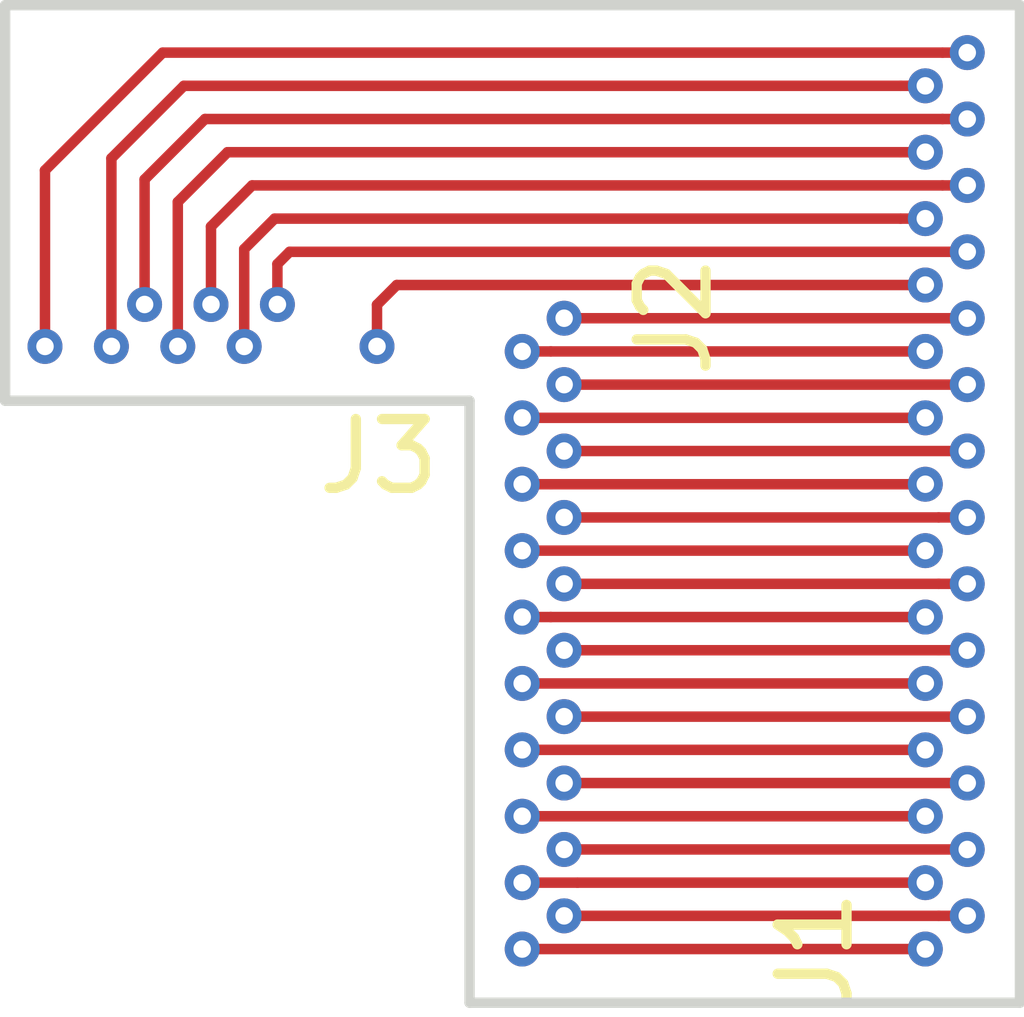
<source format=kicad_pcb>
(kicad_pcb (version 20171130) (host pcbnew "(5.1.0)-1")

  (general
    (thickness 1.6)
    (drawings 6)
    (tracks 58)
    (zones 0)
    (modules 3)
    (nets 29)
  )

  (page A4)
  (layers
    (0 F.Cu signal)
    (31 B.Cu signal)
    (32 B.Adhes user)
    (33 F.Adhes user)
    (34 B.Paste user)
    (35 F.Paste user)
    (36 B.SilkS user)
    (37 F.SilkS user)
    (38 B.Mask user)
    (39 F.Mask user)
    (40 Dwgs.User user)
    (41 Cmts.User user)
    (42 Eco1.User user)
    (43 Eco2.User user)
    (44 Edge.Cuts user)
    (45 Margin user)
    (46 B.CrtYd user)
    (47 F.CrtYd user)
    (48 B.Fab user)
    (49 F.Fab user hide)
  )

  (setup
    (last_trace_width 0.1524)
    (user_trace_width 0.1524)
    (user_trace_width 0.2032)
    (user_trace_width 0.254)
    (user_trace_width 0.3048)
    (user_trace_width 0.381)
    (trace_clearance 0.127)
    (zone_clearance 0.508)
    (zone_45_only no)
    (trace_min 0.1524)
    (via_size 0.508)
    (via_drill 0.254)
    (via_min_size 0.508)
    (via_min_drill 0.254)
    (uvia_size 0.3)
    (uvia_drill 0.1)
    (uvias_allowed no)
    (uvia_min_size 0.2)
    (uvia_min_drill 0.1)
    (edge_width 0.05)
    (segment_width 0.2)
    (pcb_text_width 0.3)
    (pcb_text_size 1.5 1.5)
    (mod_edge_width 0.12)
    (mod_text_size 1 1)
    (mod_text_width 0.15)
    (pad_size 0.508 0.508)
    (pad_drill 0.254)
    (pad_to_mask_clearance 0.051)
    (solder_mask_min_width 0.25)
    (aux_axis_origin 0 0)
    (visible_elements 7FFFFFFF)
    (pcbplotparams
      (layerselection 0x010fc_ffffffff)
      (usegerberextensions false)
      (usegerberattributes false)
      (usegerberadvancedattributes false)
      (creategerberjobfile false)
      (excludeedgelayer true)
      (linewidth 0.100000)
      (plotframeref false)
      (viasonmask false)
      (mode 1)
      (useauxorigin false)
      (hpglpennumber 1)
      (hpglpenspeed 20)
      (hpglpendiameter 15.000000)
      (psnegative false)
      (psa4output false)
      (plotreference true)
      (plotvalue true)
      (plotinvisibletext false)
      (padsonsilk false)
      (subtractmaskfromsilk false)
      (outputformat 1)
      (mirror false)
      (drillshape 1)
      (scaleselection 1)
      (outputdirectory ""))
  )

  (net 0 "")
  (net 1 /MOSI)
  (net 2 /MISO)
  (net 3 /Status_LED)
  (net 4 /SCK)
  (net 5 /RESET_N)
  (net 6 /TRIGGER0)
  (net 7 /MONITOR0)
  (net 8 /SS_N)
  (net 9 "Net-(J1-Pad1)")
  (net 10 "Net-(J1-Pad2)")
  (net 11 /img_d0)
  (net 12 /img_d2)
  (net 13 /img_d1)
  (net 14 /img_d3)
  (net 15 /CLK_OUT)
  (net 16 /img_d4)
  (net 17 /img_d5)
  (net 18 /img_d7)
  (net 19 /img_d6)
  (net 20 "Net-(J1-Pad12)")
  (net 21 "Net-(J1-Pad13)")
  (net 22 /FRAME_VALID)
  (net 23 /LINE_VALID)
  (net 24 "Net-(J1-Pad16)")
  (net 25 "Net-(J1-Pad17)")
  (net 26 "Net-(J1-Pad18)")
  (net 27 "Net-(J1-Pad19)")
  (net 28 "Net-(J1-Pad20)")

  (net_class Default "This is the default net class."
    (clearance 0.127)
    (trace_width 0.1524)
    (via_dia 0.508)
    (via_drill 0.254)
    (uvia_dia 0.3)
    (uvia_drill 0.1)
    (add_net /CLK_OUT)
    (add_net /FRAME_VALID)
    (add_net /LINE_VALID)
    (add_net /MISO)
    (add_net /MONITOR0)
    (add_net /MOSI)
    (add_net /RESET_N)
    (add_net /SCK)
    (add_net /SS_N)
    (add_net /Status_LED)
    (add_net /TRIGGER0)
    (add_net /img_d0)
    (add_net /img_d1)
    (add_net /img_d2)
    (add_net /img_d3)
    (add_net /img_d4)
    (add_net /img_d5)
    (add_net /img_d6)
    (add_net /img_d7)
    (add_net "Net-(J1-Pad1)")
    (add_net "Net-(J1-Pad12)")
    (add_net "Net-(J1-Pad13)")
    (add_net "Net-(J1-Pad16)")
    (add_net "Net-(J1-Pad17)")
    (add_net "Net-(J1-Pad18)")
    (add_net "Net-(J1-Pad19)")
    (add_net "Net-(J1-Pad2)")
    (add_net "Net-(J1-Pad20)")
  )

  (module .Connector:B2B_Flex_08_Dual_Row_38milx24mil_Hole_10milx20mil (layer F.Cu) (tedit 5D437A9A) (tstamp 5D43DE61)
    (at 158.655 89.21061 180)
    (path /5D49AF58)
    (fp_text reference J3 (at -0.0254 -1.6002 180) (layer F.SilkS)
      (effects (font (size 1 1) (thickness 0.15)))
    )
    (fp_text value Conn_01x08 (at 0.3556 3.048 180) (layer F.Fab)
      (effects (font (size 1 1) (thickness 0.15)))
    )
    (pad 8 thru_hole circle (at 4.825995 0 180) (size 0.508 0.508) (drill 0.254) (layers *.Cu *.Mask)
      (net 3 /Status_LED) (zone_connect 0))
    (pad 7 thru_hole circle (at 3.860796 0 180) (size 0.508 0.508) (drill 0.254) (layers *.Cu *.Mask)
      (net 1 /MOSI) (zone_connect 0))
    (pad 6 thru_hole circle (at 3.378196 0.6096 180) (size 0.508 0.508) (drill 0.254) (layers *.Cu *.Mask)
      (net 2 /MISO) (zone_connect 0))
    (pad 5 thru_hole circle (at 2.895597 0 180) (size 0.508 0.508) (drill 0.254) (layers *.Cu *.Mask)
      (net 7 /MONITOR0) (zone_connect 0))
    (pad 4 thru_hole circle (at 2.412997 0.6096 180) (size 0.508 0.508) (drill 0.254) (layers *.Cu *.Mask)
      (net 6 /TRIGGER0) (zone_connect 0))
    (pad 3 thru_hole circle (at 1.930398 0 180) (size 0.508 0.508) (drill 0.254) (layers *.Cu *.Mask)
      (net 5 /RESET_N) (zone_connect 0))
    (pad 2 thru_hole circle (at 1.447798 0.6096 180) (size 0.508 0.508) (drill 0.254) (layers *.Cu *.Mask)
      (net 4 /SCK) (zone_connect 0))
    (pad 1 thru_hole circle (at 0 0 180) (size 0.508 0.508) (drill 0.254) (layers *.Cu *.Mask)
      (net 8 /SS_N) (zone_connect 0))
  )

  (module .Connector:B2B_Flex_28_Dual_Row_38milx24mil_Hole_10milx20mil (layer F.Cu) (tedit 5D420FCB) (tstamp 5D43CF17)
    (at 166.625 97.97 90)
    (path /5D436B96)
    (fp_text reference J1 (at -0.0254 -1.6002 90) (layer F.SilkS)
      (effects (font (size 1 1) (thickness 0.15)))
    )
    (fp_text value Conn_01x28 (at 0.3556 3.048 90) (layer F.Fab)
      (effects (font (size 1 1) (thickness 0.15)))
    )
    (pad 22 thru_hole circle (at 10.134593 0.6096 90) (size 0.508 0.508) (drill 0.254) (layers *.Cu *.Mask)
      (net 4 /SCK) (zone_connect 0))
    (pad 23 thru_hole circle (at 10.617193 0 90) (size 0.508 0.508) (drill 0.254) (layers *.Cu *.Mask)
      (net 5 /RESET_N) (zone_connect 0))
    (pad 21 thru_hole circle (at 9.651994 0 90) (size 0.508 0.508) (drill 0.254) (layers *.Cu *.Mask)
      (net 8 /SS_N) (zone_connect 0))
    (pad 27 thru_hole circle (at 12.547591 0 90) (size 0.508 0.508) (drill 0.254) (layers *.Cu *.Mask)
      (net 1 /MOSI) (zone_connect 0))
    (pad 26 thru_hole circle (at 12.064991 0.6096 90) (size 0.508 0.508) (drill 0.254) (layers *.Cu *.Mask)
      (net 2 /MISO) (zone_connect 0))
    (pad 25 thru_hole circle (at 11.582392 0 90) (size 0.508 0.508) (drill 0.254) (layers *.Cu *.Mask)
      (net 7 /MONITOR0) (zone_connect 0))
    (pad 24 thru_hole circle (at 11.099792 0.6096 90) (size 0.508 0.508) (drill 0.254) (layers *.Cu *.Mask)
      (net 6 /TRIGGER0) (zone_connect 0))
    (pad 28 thru_hole circle (at 13.03019 0.6096 90) (size 0.508 0.508) (drill 0.254) (layers *.Cu *.Mask)
      (net 3 /Status_LED) (zone_connect 0))
    (pad 1 thru_hole circle (at 0 0 90) (size 0.508 0.508) (drill 0.254) (layers *.Cu *.Mask)
      (net 9 "Net-(J1-Pad1)") (zone_connect 0))
    (pad 2 thru_hole circle (at 0.482599 0.6096 90) (size 0.508 0.508) (drill 0.254) (layers *.Cu *.Mask)
      (net 10 "Net-(J1-Pad2)") (zone_connect 0))
    (pad 3 thru_hole circle (at 0.965199 0 90) (size 0.508 0.508) (drill 0.254) (layers *.Cu *.Mask)
      (net 11 /img_d0) (zone_connect 0))
    (pad 4 thru_hole circle (at 1.447798 0.6096 90) (size 0.508 0.508) (drill 0.254) (layers *.Cu *.Mask)
      (net 12 /img_d2) (zone_connect 0))
    (pad 5 thru_hole circle (at 1.930398 0 90) (size 0.508 0.508) (drill 0.254) (layers *.Cu *.Mask)
      (net 13 /img_d1) (zone_connect 0))
    (pad 6 thru_hole circle (at 2.412997 0.6096 90) (size 0.508 0.508) (drill 0.254) (layers *.Cu *.Mask)
      (net 14 /img_d3) (zone_connect 0))
    (pad 7 thru_hole circle (at 2.895597 0 90) (size 0.508 0.508) (drill 0.254) (layers *.Cu *.Mask)
      (net 15 /CLK_OUT) (zone_connect 0))
    (pad 8 thru_hole circle (at 3.378196 0.6096 90) (size 0.508 0.508) (drill 0.254) (layers *.Cu *.Mask)
      (net 16 /img_d4) (zone_connect 0))
    (pad 9 thru_hole circle (at 3.860796 0 90) (size 0.508 0.508) (drill 0.254) (layers *.Cu *.Mask)
      (net 17 /img_d5) (zone_connect 0))
    (pad 10 thru_hole circle (at 4.343395 0.6096 90) (size 0.508 0.508) (drill 0.254) (layers *.Cu *.Mask)
      (net 18 /img_d7) (zone_connect 0))
    (pad 11 thru_hole circle (at 4.825995 0 90) (size 0.508 0.508) (drill 0.254) (layers *.Cu *.Mask)
      (net 19 /img_d6) (zone_connect 0))
    (pad 12 thru_hole circle (at 5.308594 0.6096 90) (size 0.508 0.508) (drill 0.254) (layers *.Cu *.Mask)
      (net 20 "Net-(J1-Pad12)") (zone_connect 0))
    (pad 13 thru_hole circle (at 5.791194 0 90) (size 0.508 0.508) (drill 0.254) (layers *.Cu *.Mask)
      (net 21 "Net-(J1-Pad13)") (zone_connect 0))
    (pad 14 thru_hole circle (at 6.273793 0.6096 90) (size 0.508 0.508) (drill 0.254) (layers *.Cu *.Mask)
      (net 22 /FRAME_VALID) (zone_connect 0))
    (pad 15 thru_hole circle (at 6.756393 0 90) (size 0.508 0.508) (drill 0.254) (layers *.Cu *.Mask)
      (net 23 /LINE_VALID) (zone_connect 0))
    (pad 16 thru_hole circle (at 7.238992 0.6096 90) (size 0.508 0.508) (drill 0.254) (layers *.Cu *.Mask)
      (net 24 "Net-(J1-Pad16)") (zone_connect 0))
    (pad 17 thru_hole circle (at 7.721592 0 90) (size 0.508 0.508) (drill 0.254) (layers *.Cu *.Mask)
      (net 25 "Net-(J1-Pad17)") (zone_connect 0))
    (pad 18 thru_hole circle (at 8.204191 0.6096 90) (size 0.508 0.508) (drill 0.254) (layers *.Cu *.Mask)
      (net 26 "Net-(J1-Pad18)") (zone_connect 0))
    (pad 19 thru_hole circle (at 8.686791 0 90) (size 0.508 0.508) (drill 0.254) (layers *.Cu *.Mask)
      (net 27 "Net-(J1-Pad19)") (zone_connect 0))
    (pad 20 thru_hole circle (at 9.16939 0.6096 90) (size 0.508 0.508) (drill 0.254) (layers *.Cu *.Mask)
      (net 28 "Net-(J1-Pad20)") (zone_connect 0))
  )

  (module .Connector:B2B_Flex_20_Dual_Row_38milx24mil_Hole_10milx20mil (layer F.Cu) (tedit 5D420EBC) (tstamp 5D43BC80)
    (at 161.375 88.80061 270)
    (path /5D43C2DA)
    (fp_text reference J2 (at -0.0254 -1.6002 270) (layer F.SilkS)
      (effects (font (size 1 1) (thickness 0.15)))
    )
    (fp_text value Conn_01x20 (at 0.3556 3.048 270) (layer F.Fab)
      (effects (font (size 1 1) (thickness 0.15)))
    )
    (pad 20 thru_hole circle (at 9.16939 0.6096 270) (size 0.508 0.508) (drill 0.254) (layers *.Cu *.Mask)
      (net 9 "Net-(J1-Pad1)") (zone_connect 0))
    (pad 19 thru_hole circle (at 8.686791 0 270) (size 0.508 0.508) (drill 0.254) (layers *.Cu *.Mask)
      (net 10 "Net-(J1-Pad2)") (zone_connect 0))
    (pad 18 thru_hole circle (at 8.204191 0.6096 270) (size 0.508 0.508) (drill 0.254) (layers *.Cu *.Mask)
      (net 11 /img_d0) (zone_connect 0))
    (pad 17 thru_hole circle (at 7.721592 0 270) (size 0.508 0.508) (drill 0.254) (layers *.Cu *.Mask)
      (net 12 /img_d2) (zone_connect 0))
    (pad 16 thru_hole circle (at 7.238992 0.6096 270) (size 0.508 0.508) (drill 0.254) (layers *.Cu *.Mask)
      (net 13 /img_d1) (zone_connect 0))
    (pad 15 thru_hole circle (at 6.756393 0 270) (size 0.508 0.508) (drill 0.254) (layers *.Cu *.Mask)
      (net 14 /img_d3) (zone_connect 0))
    (pad 14 thru_hole circle (at 6.273793 0.6096 270) (size 0.508 0.508) (drill 0.254) (layers *.Cu *.Mask)
      (net 15 /CLK_OUT) (zone_connect 0))
    (pad 13 thru_hole circle (at 5.791194 0 270) (size 0.508 0.508) (drill 0.254) (layers *.Cu *.Mask)
      (net 16 /img_d4) (zone_connect 0))
    (pad 12 thru_hole circle (at 5.308594 0.6096 270) (size 0.508 0.508) (drill 0.254) (layers *.Cu *.Mask)
      (net 17 /img_d5) (zone_connect 0))
    (pad 11 thru_hole circle (at 4.825995 0 270) (size 0.508 0.508) (drill 0.254) (layers *.Cu *.Mask)
      (net 18 /img_d7) (zone_connect 0))
    (pad 10 thru_hole circle (at 4.343395 0.6096 270) (size 0.508 0.508) (drill 0.254) (layers *.Cu *.Mask)
      (net 19 /img_d6) (zone_connect 0))
    (pad 9 thru_hole circle (at 3.860796 0 270) (size 0.508 0.508) (drill 0.254) (layers *.Cu *.Mask)
      (net 20 "Net-(J1-Pad12)") (zone_connect 0))
    (pad 8 thru_hole circle (at 3.378196 0.6096 270) (size 0.508 0.508) (drill 0.254) (layers *.Cu *.Mask)
      (net 21 "Net-(J1-Pad13)") (zone_connect 0))
    (pad 7 thru_hole circle (at 2.895597 0 270) (size 0.508 0.508) (drill 0.254) (layers *.Cu *.Mask)
      (net 22 /FRAME_VALID) (zone_connect 0))
    (pad 6 thru_hole circle (at 2.412997 0.6096 270) (size 0.508 0.508) (drill 0.254) (layers *.Cu *.Mask)
      (net 23 /LINE_VALID) (zone_connect 0))
    (pad 5 thru_hole circle (at 1.930398 0 270) (size 0.508 0.508) (drill 0.254) (layers *.Cu *.Mask)
      (net 24 "Net-(J1-Pad16)") (zone_connect 0))
    (pad 4 thru_hole circle (at 1.447798 0.6096 270) (size 0.508 0.508) (drill 0.254) (layers *.Cu *.Mask)
      (net 25 "Net-(J1-Pad17)") (zone_connect 0))
    (pad 3 thru_hole circle (at 0.965199 0 270) (size 0.508 0.508) (drill 0.254) (layers *.Cu *.Mask)
      (net 26 "Net-(J1-Pad18)") (zone_connect 0))
    (pad 2 thru_hole circle (at 0.482599 0.6096 270) (size 0.508 0.508) (drill 0.254) (layers *.Cu *.Mask)
      (net 27 "Net-(J1-Pad19)") (zone_connect 0))
    (pad 1 thru_hole circle (at 0 0 270) (size 0.508 0.508) (drill 0.254) (layers *.Cu *.Mask)
      (net 28 "Net-(J1-Pad20)") (zone_connect 0))
  )

  (gr_line (start 153.25 84.25) (end 168 84.25) (layer Edge.Cuts) (width 0.15) (tstamp 5D43E228))
  (gr_line (start 153.25 90) (end 153.25 84.25) (layer Edge.Cuts) (width 0.15))
  (gr_line (start 168 98.75) (end 168 84.25) (layer Edge.Cuts) (width 0.15) (tstamp 5D43CE38))
  (gr_line (start 153.25 90) (end 160 90) (layer Edge.Cuts) (width 0.15) (tstamp 5D436D9E))
  (gr_line (start 160 98.75) (end 168 98.75) (layer Edge.Cuts) (width 0.15) (tstamp 5D436D9D))
  (gr_line (start 160 90) (end 160 98.75) (layer Edge.Cuts) (width 0.15) (tstamp 5D43CE29))

  (segment (start 166.26579 85.422409) (end 166.625 85.422409) (width 0.1524) (layer F.Cu) (net 1))
  (segment (start 155.847591 85.422409) (end 166.26579 85.422409) (width 0.1524) (layer F.Cu) (net 1))
  (segment (start 154.794204 89.21061) (end 154.794204 86.475796) (width 0.1524) (layer F.Cu) (net 1))
  (segment (start 154.794204 86.475796) (end 155.847591 85.422409) (width 0.1524) (layer F.Cu) (net 1))
  (segment (start 166.87539 85.905009) (end 167.2346 85.905009) (width 0.1524) (layer F.Cu) (net 2))
  (segment (start 156.154991 85.905009) (end 166.87539 85.905009) (width 0.1524) (layer F.Cu) (net 2))
  (segment (start 155.276804 88.60101) (end 155.276804 86.783196) (width 0.1524) (layer F.Cu) (net 2))
  (segment (start 155.276804 86.783196) (end 156.154991 85.905009) (width 0.1524) (layer F.Cu) (net 2))
  (segment (start 166.87539 84.93981) (end 167.2346 84.93981) (width 0.1524) (layer F.Cu) (net 3))
  (segment (start 155.54019 84.93981) (end 166.87539 84.93981) (width 0.1524) (layer F.Cu) (net 3))
  (segment (start 153.829005 89.21061) (end 153.829005 86.650995) (width 0.1524) (layer F.Cu) (net 3))
  (segment (start 153.829005 86.650995) (end 155.54019 84.93981) (width 0.1524) (layer F.Cu) (net 3))
  (segment (start 157.384593 87.835407) (end 167.2346 87.835407) (width 0.1524) (layer F.Cu) (net 4))
  (segment (start 157.207202 88.60101) (end 157.207202 88.012798) (width 0.1524) (layer F.Cu) (net 4))
  (segment (start 157.207202 88.012798) (end 157.384593 87.835407) (width 0.1524) (layer F.Cu) (net 4))
  (segment (start 166.26579 87.352807) (end 166.625 87.352807) (width 0.1524) (layer F.Cu) (net 5))
  (segment (start 157.167193 87.352807) (end 166.26579 87.352807) (width 0.1524) (layer F.Cu) (net 5))
  (segment (start 156.724602 89.21061) (end 156.724602 87.795398) (width 0.1524) (layer F.Cu) (net 5))
  (segment (start 156.724602 87.795398) (end 157.167193 87.352807) (width 0.1524) (layer F.Cu) (net 5))
  (segment (start 166.87539 86.870208) (end 167.2346 86.870208) (width 0.1524) (layer F.Cu) (net 6))
  (segment (start 156.839792 86.870208) (end 166.87539 86.870208) (width 0.1524) (layer F.Cu) (net 6))
  (segment (start 156.242003 88.60101) (end 156.242003 87.467997) (width 0.1524) (layer F.Cu) (net 6))
  (segment (start 156.242003 87.467997) (end 156.839792 86.870208) (width 0.1524) (layer F.Cu) (net 6))
  (segment (start 166.26579 86.387608) (end 166.625 86.387608) (width 0.1524) (layer F.Cu) (net 7))
  (segment (start 156.482392 86.387608) (end 166.26579 86.387608) (width 0.1524) (layer F.Cu) (net 7))
  (segment (start 155.759403 89.21061) (end 155.759403 87.110597) (width 0.1524) (layer F.Cu) (net 7))
  (segment (start 155.759403 87.110597) (end 156.482392 86.387608) (width 0.1524) (layer F.Cu) (net 7))
  (segment (start 158.941994 88.318006) (end 166.625 88.318006) (width 0.1524) (layer F.Cu) (net 8))
  (segment (start 158.655 89.21061) (end 158.655 88.605) (width 0.1524) (layer F.Cu) (net 8))
  (segment (start 158.655 88.605) (end 158.941994 88.318006) (width 0.1524) (layer F.Cu) (net 8))
  (segment (start 160.7654 97.97) (end 166.625 97.97) (width 0.1524) (layer F.Cu) (net 9))
  (segment (start 166.819058 97.487401) (end 167.2346 97.487401) (width 0.1524) (layer F.Cu) (net 10))
  (segment (start 161.375 97.487401) (end 166.819058 97.487401) (width 0.1524) (layer F.Cu) (net 10))
  (segment (start 161.569058 97.004801) (end 166.625 97.004801) (width 0.1524) (layer F.Cu) (net 11))
  (segment (start 160.7654 97.004801) (end 161.569058 97.004801) (width 0.1524) (layer F.Cu) (net 11))
  (segment (start 161.375 96.522202) (end 167.2346 96.522202) (width 0.1524) (layer F.Cu) (net 12))
  (segment (start 160.7654 96.039602) (end 166.625 96.039602) (width 0.1524) (layer F.Cu) (net 13))
  (segment (start 167.2346 95.557003) (end 161.375 95.557003) (width 0.1524) (layer F.Cu) (net 14))
  (segment (start 160.7654 95.074403) (end 166.625 95.074403) (width 0.1524) (layer F.Cu) (net 15))
  (segment (start 167.2346 94.591804) (end 161.375 94.591804) (width 0.1524) (layer F.Cu) (net 16))
  (segment (start 160.7654 94.109204) (end 166.625 94.109204) (width 0.1524) (layer F.Cu) (net 17))
  (segment (start 166.819058 93.626605) (end 167.2346 93.626605) (width 0.1524) (layer F.Cu) (net 18))
  (segment (start 161.375 93.626605) (end 166.819058 93.626605) (width 0.1524) (layer F.Cu) (net 18))
  (segment (start 161.180942 93.144005) (end 160.7654 93.144005) (width 0.1524) (layer F.Cu) (net 19))
  (segment (start 166.625 93.144005) (end 161.180942 93.144005) (width 0.1524) (layer F.Cu) (net 19))
  (segment (start 166.819058 92.661406) (end 167.2346 92.661406) (width 0.1524) (layer F.Cu) (net 20))
  (segment (start 161.375 92.661406) (end 166.819058 92.661406) (width 0.1524) (layer F.Cu) (net 20))
  (segment (start 166.625 92.178806) (end 160.7654 92.178806) (width 0.1524) (layer F.Cu) (net 21))
  (segment (start 166.819059 91.696207) (end 167.2346 91.696207) (width 0.1524) (layer F.Cu) (net 22))
  (segment (start 161.375 91.696207) (end 166.819059 91.696207) (width 0.1524) (layer F.Cu) (net 22))
  (segment (start 161.180942 91.213607) (end 160.7654 91.213607) (width 0.1524) (layer F.Cu) (net 23))
  (segment (start 166.625 91.213607) (end 161.180942 91.213607) (width 0.1524) (layer F.Cu) (net 23))
  (segment (start 161.375 90.731008) (end 167.2346 90.731008) (width 0.1524) (layer F.Cu) (net 24))
  (segment (start 166.625 90.248408) (end 160.7654 90.248408) (width 0.1524) (layer F.Cu) (net 25))
  (segment (start 161.375 89.765809) (end 167.2346 89.765809) (width 0.1524) (layer F.Cu) (net 26))
  (segment (start 161.180941 89.283209) (end 160.7654 89.283209) (width 0.1524) (layer F.Cu) (net 27))
  (segment (start 166.625 89.283209) (end 161.180941 89.283209) (width 0.1524) (layer F.Cu) (net 27))
  (segment (start 161.375 88.80061) (end 167.2346 88.80061) (width 0.1524) (layer F.Cu) (net 28))

)

</source>
